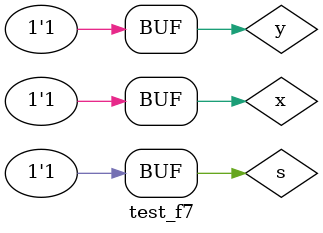
<source format=v>
module f7 ( output s, output s2, input e);
// descrever por portas
endmodule // f7

// -------------------------
// multiplexer
// -------------------------
module mux ( output s, output s1, input a, input select ); // mux de 2 canais
// definir dados locais

 wire not_select;
 wire sa;
 wire sb;
 
// descrever por portas
 not NOT1 ( not_select, select ); //select = chave seletora
 and AND1 ( s, a, not_select ); //sa = select' . a
 and AND2 ( s1, a, select ); //sa = select . a
 //and AND2 ( sb, b, select ); //sb = select . b
 //or OR1 ( s , sa, sb ); // s = select'.a + select.b
endmodule // mux

module test_f7;
// ------------------------- definir dados

 reg x;
 reg y;
 reg s;
 wire w;
 wire w1;
 wire z;
 wire z1;
 
 f7 modulo ( w, w1, x );
 mux MUX1 ( z, z1, x, s ); // z = saida, x=E0, y=E1, s=chave seletora
 
// ------------------------- parte principal
 initial
 begin : main
 $display("Exemplo_0701 - Felipe Campolina - 762732");
 $display("z, z1 = saidas");
 $display("x = entrada");
 $display("s = variável de seleção");
 $display("   x    s    z    z1");
 
 x = 1'b0; y = 1'b1; s = 1'b0;  // E0=0, E1=1, chave=0, z=0
 
 // projetar testes do modulo
 #1 $monitor("%4b %4b %4b %4b", x, s, z, z1);
 
 #1 x = 1'b1; // entrada = 1
 #1 s = 1'b1; //chave=1 
 end
endmodule // test_f7


//Exemplo_0701 - Felipe Campolina - 762732
//z, z1 = saidas
//x = entrada
//s = variável de seleção
//   x    s    z    z1
//   0    0    0    0
//   1    0    1    0
//   1    1    0    1
</source>
